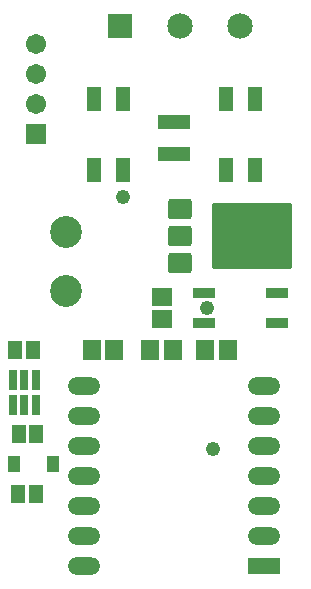
<source format=gts>
G04*
G04 #@! TF.GenerationSoftware,Altium Limited,Altium Designer,19.1.8 (144)*
G04*
G04 Layer_Color=8388736*
%FSLAX44Y44*%
%MOMM*%
G71*
G01*
G75*
G04:AMPARAMS|DCode=27|XSize=1.7272mm|YSize=1.9812mm|CornerRadius=0.1854mm|HoleSize=0mm|Usage=FLASHONLY|Rotation=90.000|XOffset=0mm|YOffset=0mm|HoleType=Round|Shape=RoundedRectangle|*
%AMROUNDEDRECTD27*
21,1,1.7272,1.6104,0,0,90.0*
21,1,1.3564,1.9812,0,0,90.0*
1,1,0.3708,0.8052,0.6782*
1,1,0.3708,0.8052,-0.6782*
1,1,0.3708,-0.8052,-0.6782*
1,1,0.3708,-0.8052,0.6782*
%
%ADD27ROUNDEDRECTD27*%
G04:AMPARAMS|DCode=28|XSize=5.6532mm|YSize=6.8032mm|CornerRadius=0.1561mm|HoleSize=0mm|Usage=FLASHONLY|Rotation=90.000|XOffset=0mm|YOffset=0mm|HoleType=Round|Shape=RoundedRectangle|*
%AMROUNDEDRECTD28*
21,1,5.6532,6.4910,0,0,90.0*
21,1,5.3410,6.8032,0,0,90.0*
1,1,0.3122,3.2455,2.6705*
1,1,0.3122,3.2455,-2.6705*
1,1,0.3122,-3.2455,-2.6705*
1,1,0.3122,-3.2455,2.6705*
%
%ADD28ROUNDEDRECTD28*%
%ADD29R,1.1532X2.0532*%
%ADD30R,1.5032X1.7032*%
%ADD31R,1.1132X1.4232*%
%ADD32R,0.7532X1.6532*%
%ADD33R,0.7532X1.6532*%
%ADD34R,1.9782X0.8532*%
%ADD35R,2.8032X1.3032*%
%ADD36R,1.3032X1.6032*%
%ADD37R,1.7032X1.5032*%
%ADD38C,2.1532*%
%ADD39R,2.1532X2.1532*%
%ADD40O,2.7432X1.4732*%
%ADD41R,2.7432X1.4732*%
%ADD42R,1.7032X1.7032*%
%ADD43C,1.7032*%
%ADD44C,2.7032*%
%ADD45C,1.2192*%
D27*
X162414Y294640D02*
D03*
X162520Y271840D02*
D03*
Y317440D02*
D03*
D28*
X223520Y294640D02*
D03*
D29*
X200860Y411250D02*
D03*
X225860D02*
D03*
Y350750D02*
D03*
X200860D02*
D03*
X89100Y411250D02*
D03*
X114100D02*
D03*
Y350750D02*
D03*
X89100D02*
D03*
D30*
X137160Y198120D02*
D03*
X156160D02*
D03*
X183540D02*
D03*
X202540D02*
D03*
X106680D02*
D03*
X87680D02*
D03*
D31*
X54450Y101600D02*
D03*
X21750D02*
D03*
D32*
X39980Y151810D02*
D03*
X30480D02*
D03*
X20980D02*
D03*
Y173310D02*
D03*
X30480D02*
D03*
D33*
X39980Y173310D02*
D03*
D34*
X244240Y220980D02*
D03*
Y246380D02*
D03*
X182480D02*
D03*
Y220980D02*
D03*
D35*
X157480Y391560D02*
D03*
Y364560D02*
D03*
D36*
X40520Y76200D02*
D03*
X25520D02*
D03*
X37980Y198120D02*
D03*
X22980D02*
D03*
X40640Y127000D02*
D03*
X25640D02*
D03*
D37*
X147320Y243180D02*
D03*
Y224180D02*
D03*
D38*
X213360Y472440D02*
D03*
X162560D02*
D03*
D39*
X111760D02*
D03*
D40*
X81280Y167640D02*
D03*
Y142240D02*
D03*
Y116840D02*
D03*
Y91440D02*
D03*
Y66040D02*
D03*
Y40640D02*
D03*
Y15240D02*
D03*
X233680Y167640D02*
D03*
Y142240D02*
D03*
Y116840D02*
D03*
Y91440D02*
D03*
Y66040D02*
D03*
Y40640D02*
D03*
D41*
Y15240D02*
D03*
D42*
X40640Y381000D02*
D03*
D43*
Y406400D02*
D03*
Y431800D02*
D03*
Y457200D02*
D03*
D44*
X66040Y248666D02*
D03*
Y298666D02*
D03*
D45*
X190500Y114300D02*
D03*
X114300Y327660D02*
D03*
X185166Y233680D02*
D03*
M02*

</source>
